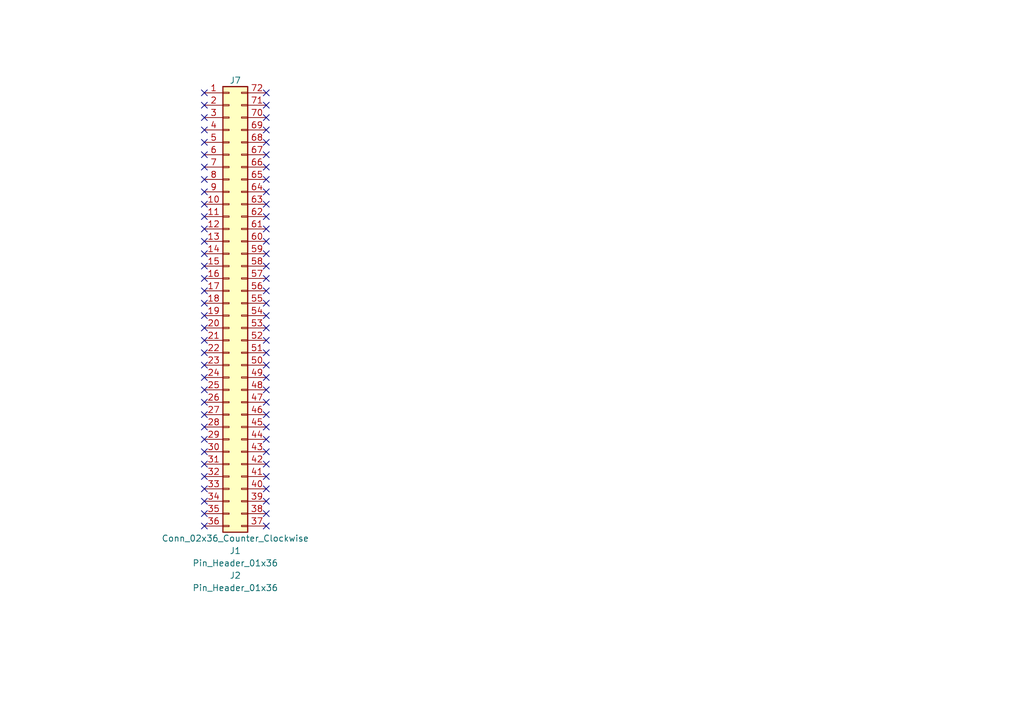
<source format=kicad_sch>
(kicad_sch (version 20250114) (generator "eeschema") (generator_version "9.0")
  (paper "A5")
  (title_block (title "Board 2x36 W22.86") (date "2025-09-29") (rev "V0"))
  (lib_symbols
    (symbol "Connector_Generic:Conn_02x36_Counter_Clockwise" (pin_names (offset 1.016) (hide yes))
      (property "Reference" "J" (at 1.27 45.72 0))
      (property "Value" "Conn_02x36_Counter_Clockwise" (at 1.27 -48.26 0))
      (symbol "Conn_02x36_Counter_Clockwise_1_1"
        (rectangle (start -1.27 44.45) (end 3.81 -46.99) (stroke (width 0.254)) (fill (type background)))
        (rectangle (start -1.27 43.307) (end 0 43.053) (stroke (width 0.1524)))
        (rectangle (start -1.27 40.767) (end 0 40.513) (stroke (width 0.1524)))
        (rectangle (start -1.27 38.227) (end 0 37.973) (stroke (width 0.1524)))
        (rectangle (start -1.27 35.687) (end 0 35.433) (stroke (width 0.1524)))
        (rectangle (start -1.27 33.147) (end 0 32.893) (stroke (width 0.1524)))
        (rectangle (start -1.27 30.607) (end 0 30.353) (stroke (width 0.1524)))
        (rectangle (start -1.27 28.067) (end 0 27.813) (stroke (width 0.1524)))
        (rectangle (start -1.27 25.527) (end 0 25.273) (stroke (width 0.1524)))
        (rectangle (start -1.27 22.987) (end 0 22.733) (stroke (width 0.1524)))
        (rectangle (start -1.27 20.447) (end 0 20.193) (stroke (width 0.1524)))
        (rectangle (start -1.27 17.907) (end 0 17.653) (stroke (width 0.1524)))
        (rectangle (start -1.27 15.367) (end 0 15.113) (stroke (width 0.1524)))
        (rectangle (start -1.27 12.827) (end 0 12.573) (stroke (width 0.1524)))
        (rectangle (start -1.27 10.287) (end 0 10.033) (stroke (width 0.1524)))
        (rectangle (start -1.27 7.747) (end 0 7.493) (stroke (width 0.1524)))
        (rectangle (start -1.27 5.207) (end 0 4.953) (stroke (width 0.1524)))
        (rectangle (start -1.27 2.667) (end 0 2.413) (stroke (width 0.1524)))
        (rectangle (start -1.27 0.127) (end 0 -0.127) (stroke (width 0.1524)))
        (rectangle (start -1.27 -2.413) (end 0 -2.667) (stroke (width 0.1524)))
        (rectangle (start -1.27 -4.953) (end 0 -5.207) (stroke (width 0.1524)))
        (rectangle (start -1.27 -7.493) (end 0 -7.747) (stroke (width 0.1524)))
        (rectangle (start -1.27 -10.033) (end 0 -10.287) (stroke (width 0.1524)))
        (rectangle (start -1.27 -12.573) (end 0 -12.827) (stroke (width 0.1524)))
        (rectangle (start -1.27 -15.113) (end 0 -15.367) (stroke (width 0.1524)))
        (rectangle (start -1.27 -17.653) (end 0 -17.907) (stroke (width 0.1524)))
        (rectangle (start -1.27 -20.193) (end 0 -20.447) (stroke (width 0.1524)))
        (rectangle (start -1.27 -22.733) (end 0 -22.987) (stroke (width 0.1524)))
        (rectangle (start -1.27 -25.273) (end 0 -25.527) (stroke (width 0.1524)))
        (rectangle (start -1.27 -27.813) (end 0 -28.067) (stroke (width 0.1524)))
        (rectangle (start -1.27 -30.353) (end 0 -30.607) (stroke (width 0.1524)))
        (rectangle (start -1.27 -32.893) (end 0 -33.147) (stroke (width 0.1524)))
        (rectangle (start -1.27 -35.433) (end 0 -35.687) (stroke (width 0.1524)))
        (rectangle (start -1.27 -37.973) (end 0 -38.227) (stroke (width 0.1524)))
        (rectangle (start -1.27 -40.513) (end 0 -40.767) (stroke (width 0.1524)))
        (rectangle (start -1.27 -43.053) (end 0 -43.307) (stroke (width 0.1524)))
        (rectangle (start -1.27 -45.593) (end 0 -45.847) (stroke (width 0.1524)))
        (rectangle (start 3.81 43.307) (end 2.54 43.053) (stroke (width 0.1524)))
        (rectangle (start 3.81 40.767) (end 2.54 40.513) (stroke (width 0.1524)))
        (rectangle (start 3.81 38.227) (end 2.54 37.973) (stroke (width 0.1524)))
        (rectangle (start 3.81 35.687) (end 2.54 35.433) (stroke (width 0.1524)))
        (rectangle (start 3.81 33.147) (end 2.54 32.893) (stroke (width 0.1524)))
        (rectangle (start 3.81 30.607) (end 2.54 30.353) (stroke (width 0.1524)))
        (rectangle (start 3.81 28.067) (end 2.54 27.813) (stroke (width 0.1524)))
        (rectangle (start 3.81 25.527) (end 2.54 25.273) (stroke (width 0.1524)))
        (rectangle (start 3.81 22.987) (end 2.54 22.733) (stroke (width 0.1524)))
        (rectangle (start 3.81 20.447) (end 2.54 20.193) (stroke (width 0.1524)))
        (rectangle (start 3.81 17.907) (end 2.54 17.653) (stroke (width 0.1524)))
        (rectangle (start 3.81 15.367) (end 2.54 15.113) (stroke (width 0.1524)))
        (rectangle (start 3.81 12.827) (end 2.54 12.573) (stroke (width 0.1524)))
        (rectangle (start 3.81 10.287) (end 2.54 10.033) (stroke (width 0.1524)))
        (rectangle (start 3.81 7.747) (end 2.54 7.493) (stroke (width 0.1524)))
        (rectangle (start 3.81 5.207) (end 2.54 4.953) (stroke (width 0.1524)))
        (rectangle (start 3.81 2.667) (end 2.54 2.413) (stroke (width 0.1524)))
        (rectangle (start 3.81 0.127) (end 2.54 -0.127) (stroke (width 0.1524)))
        (rectangle (start 3.81 -2.413) (end 2.54 -2.667) (stroke (width 0.1524)))
        (rectangle (start 3.81 -4.953) (end 2.54 -5.207) (stroke (width 0.1524)))
        (rectangle (start 3.81 -7.493) (end 2.54 -7.747) (stroke (width 0.1524)))
        (rectangle (start 3.81 -10.033) (end 2.54 -10.287) (stroke (width 0.1524)))
        (rectangle (start 3.81 -12.573) (end 2.54 -12.827) (stroke (width 0.1524)))
        (rectangle (start 3.81 -15.113) (end 2.54 -15.367) (stroke (width 0.1524)))
        (rectangle (start 3.81 -17.653) (end 2.54 -17.907) (stroke (width 0.1524)))
        (rectangle (start 3.81 -20.193) (end 2.54 -20.447) (stroke (width 0.1524)))
        (rectangle (start 3.81 -22.733) (end 2.54 -22.987) (stroke (width 0.1524)))
        (rectangle (start 3.81 -25.273) (end 2.54 -25.527) (stroke (width 0.1524)))
        (rectangle (start 3.81 -27.813) (end 2.54 -28.067) (stroke (width 0.1524)))
        (rectangle (start 3.81 -30.353) (end 2.54 -30.607) (stroke (width 0.1524)))
        (rectangle (start 3.81 -32.893) (end 2.54 -33.147) (stroke (width 0.1524)))
        (rectangle (start 3.81 -35.433) (end 2.54 -35.687) (stroke (width 0.1524)))
        (rectangle (start 3.81 -37.973) (end 2.54 -38.227) (stroke (width 0.1524)))
        (rectangle (start 3.81 -40.513) (end 2.54 -40.767) (stroke (width 0.1524)))
        (rectangle (start 3.81 -43.053) (end 2.54 -43.307) (stroke (width 0.1524)))
        (rectangle (start 3.81 -45.593) (end 2.54 -45.847) (stroke (width 0.1524)))
        (pin passive line (at -5.08 43.18 0) (length 3.81) (name "Pin_1") (number "1"))
        (pin passive line (at -5.08 40.64 0) (length 3.81) (name "Pin_2") (number "2"))
        (pin passive line (at -5.08 38.1 0) (length 3.81) (name "Pin_3") (number "3"))
        (pin passive line (at -5.08 35.56 0) (length 3.81) (name "Pin_4") (number "4"))
        (pin passive line (at -5.08 33.02 0) (length 3.81) (name "Pin_5") (number "5"))
        (pin passive line (at -5.08 30.48 0) (length 3.81) (name "Pin_6") (number "6"))
        (pin passive line (at -5.08 27.94 0) (length 3.81) (name "Pin_7") (number "7"))
        (pin passive line (at -5.08 25.4 0) (length 3.81) (name "Pin_8") (number "8"))
        (pin passive line (at -5.08 22.86 0) (length 3.81) (name "Pin_9") (number "9"))
        (pin passive line (at -5.08 20.32 0) (length 3.81) (name "Pin_10") (number "10"))
        (pin passive line (at -5.08 17.78 0) (length 3.81) (name "Pin_11") (number "11"))
        (pin passive line (at -5.08 15.24 0) (length 3.81) (name "Pin_12") (number "12"))
        (pin passive line (at -5.08 12.7 0) (length 3.81) (name "Pin_13") (number "13"))
        (pin passive line (at -5.08 10.16 0) (length 3.81) (name "Pin_14") (number "14"))
        (pin passive line (at -5.08 7.62 0) (length 3.81) (name "Pin_15") (number "15"))
        (pin passive line (at -5.08 5.08 0) (length 3.81) (name "Pin_16") (number "16"))
        (pin passive line (at -5.08 2.54 0) (length 3.81) (name "Pin_17") (number "17"))
        (pin passive line (at -5.08 0 0) (length 3.81) (name "Pin_18") (number "18"))
        (pin passive line (at -5.08 -2.54 0) (length 3.81) (name "Pin_19") (number "19"))
        (pin passive line (at -5.08 -5.08 0) (length 3.81) (name "Pin_20") (number "20"))
        (pin passive line (at -5.08 -7.62 0) (length 3.81) (name "Pin_21") (number "21"))
        (pin passive line (at -5.08 -10.16 0) (length 3.81) (name "Pin_22") (number "22"))
        (pin passive line (at -5.08 -12.7 0) (length 3.81) (name "Pin_23") (number "23"))
        (pin passive line (at -5.08 -15.24 0) (length 3.81) (name "Pin_24") (number "24"))
        (pin passive line (at -5.08 -17.78 0) (length 3.81) (name "Pin_25") (number "25"))
        (pin passive line (at -5.08 -20.32 0) (length 3.81) (name "Pin_26") (number "26"))
        (pin passive line (at -5.08 -22.86 0) (length 3.81) (name "Pin_27") (number "27"))
        (pin passive line (at -5.08 -25.4 0) (length 3.81) (name "Pin_28") (number "28"))
        (pin passive line (at -5.08 -27.94 0) (length 3.81) (name "Pin_29") (number "29"))
        (pin passive line (at -5.08 -30.48 0) (length 3.81) (name "Pin_30") (number "30"))
        (pin passive line (at -5.08 -33.02 0) (length 3.81) (name "Pin_31") (number "31"))
        (pin passive line (at -5.08 -35.56 0) (length 3.81) (name "Pin_32") (number "32"))
        (pin passive line (at -5.08 -38.1 0) (length 3.81) (name "Pin_33") (number "33"))
        (pin passive line (at -5.08 -40.64 0) (length 3.81) (name "Pin_34") (number "34"))
        (pin passive line (at -5.08 -43.18 0) (length 3.81) (name "Pin_35") (number "35"))
        (pin passive line (at -5.08 -45.72 0) (length 3.81) (name "Pin_36") (number "36"))
        (pin passive line (at 7.62 43.18 180) (length 3.81) (name "Pin_72") (number "72"))
        (pin passive line (at 7.62 40.64 180) (length 3.81) (name "Pin_71") (number "71"))
        (pin passive line (at 7.62 38.1 180) (length 3.81) (name "Pin_70") (number "70"))
        (pin passive line (at 7.62 35.56 180) (length 3.81) (name "Pin_69") (number "69"))
        (pin passive line (at 7.62 33.02 180) (length 3.81) (name "Pin_68") (number "68"))
        (pin passive line (at 7.62 30.48 180) (length 3.81) (name "Pin_67") (number "67"))
        (pin passive line (at 7.62 27.94 180) (length 3.81) (name "Pin_66") (number "66"))
        (pin passive line (at 7.62 25.4 180) (length 3.81) (name "Pin_65") (number "65"))
        (pin passive line (at 7.62 22.86 180) (length 3.81) (name "Pin_64") (number "64"))
        (pin passive line (at 7.62 20.32 180) (length 3.81) (name "Pin_63") (number "63"))
        (pin passive line (at 7.62 17.78 180) (length 3.81) (name "Pin_62") (number "62"))
        (pin passive line (at 7.62 15.24 180) (length 3.81) (name "Pin_61") (number "61"))
        (pin passive line (at 7.62 12.7 180) (length 3.81) (name "Pin_60") (number "60"))
        (pin passive line (at 7.62 10.16 180) (length 3.81) (name "Pin_59") (number "59"))
        (pin passive line (at 7.62 7.62 180) (length 3.81) (name "Pin_58") (number "58"))
        (pin passive line (at 7.62 5.08 180) (length 3.81) (name "Pin_57") (number "57"))
        (pin passive line (at 7.62 2.54 180) (length 3.81) (name "Pin_56") (number "56"))
        (pin passive line (at 7.62 0 180) (length 3.81) (name "Pin_55") (number "55"))
        (pin passive line (at 7.62 -2.54 180) (length 3.81) (name "Pin_54") (number "54"))
        (pin passive line (at 7.62 -5.08 180) (length 3.81) (name "Pin_53") (number "53"))
        (pin passive line (at 7.62 -7.62 180) (length 3.81) (name "Pin_52") (number "52"))
        (pin passive line (at 7.62 -10.16 180) (length 3.81) (name "Pin_51") (number "51"))
        (pin passive line (at 7.62 -12.7 180) (length 3.81) (name "Pin_50") (number "50"))
        (pin passive line (at 7.62 -15.24 180) (length 3.81) (name "Pin_49") (number "49"))
        (pin passive line (at 7.62 -17.78 180) (length 3.81) (name "Pin_48") (number "48"))
        (pin passive line (at 7.62 -20.32 180) (length 3.81) (name "Pin_47") (number "47"))
        (pin passive line (at 7.62 -22.86 180) (length 3.81) (name "Pin_46") (number "46"))
        (pin passive line (at 7.62 -25.4 180) (length 3.81) (name "Pin_45") (number "45"))
        (pin passive line (at 7.62 -27.94 180) (length 3.81) (name "Pin_44") (number "44"))
        (pin passive line (at 7.62 -30.48 180) (length 3.81) (name "Pin_43") (number "43"))
        (pin passive line (at 7.62 -33.02 180) (length 3.81) (name "Pin_42") (number "42"))
        (pin passive line (at 7.62 -35.56 180) (length 3.81) (name "Pin_41") (number "41"))
        (pin passive line (at 7.62 -38.1 180) (length 3.81) (name "Pin_40") (number "40"))
        (pin passive line (at 7.62 -40.64 180) (length 3.81) (name "Pin_39") (number "39"))
        (pin passive line (at 7.62 -43.18 180) (length 3.81) (name "Pin_38") (number "38"))
        (pin passive line (at 7.62 -45.72 180) (length 3.81) (name "Pin_37") (number "37"))
      )
    )
    (symbol "HCP65:Pin_Header_01x32" (pin_names (offset 1.016) (hide yes))
      (property "Reference" "J" (at 0 1.27 0))
      (property "Value" "Pin_Header_01x32" (at 0 -1.27 0))
    )
  )
  (no_connect (at 41.91 39.37))
  (no_connect (at 41.91 44.45))
  (no_connect (at 41.91 87.63))
  (no_connect (at 41.91 64.77))
  (no_connect (at 54.61 21.59))
  (no_connect (at 54.61 82.55))
  (no_connect (at 54.61 74.93))
  (no_connect (at 54.61 77.47))
  (no_connect (at 41.91 67.31))
  (no_connect (at 54.61 54.61))
  (no_connect (at 41.91 105.41))
  (no_connect (at 41.91 36.83))
  (no_connect (at 54.61 107.95))
  (no_connect (at 54.61 90.17))
  (no_connect (at 54.61 24.13))
  (no_connect (at 54.61 49.53))
  (no_connect (at 41.91 46.99))
  (no_connect (at 54.61 97.79))
  (no_connect (at 41.91 31.75))
  (no_connect (at 54.61 95.25))
  (no_connect (at 41.91 19.05))
  (no_connect (at 41.91 92.71))
  (no_connect (at 54.61 44.45))
  (no_connect (at 54.61 52.07))
  (no_connect (at 54.61 105.41))
  (no_connect (at 54.61 59.69))
  (no_connect (at 54.61 36.83))
  (no_connect (at 41.91 90.17))
  (no_connect (at 41.91 54.61))
  (no_connect (at 41.91 72.39))
  (no_connect (at 41.91 34.29))
  (no_connect (at 54.61 102.87))
  (no_connect (at 41.91 26.67))
  (no_connect (at 54.61 87.63))
  (no_connect (at 41.91 82.55))
  (no_connect (at 54.61 92.71))
  (no_connect (at 41.91 24.13))
  (no_connect (at 41.91 100.33))
  (no_connect (at 54.61 31.75))
  (no_connect (at 41.91 52.07))
  (no_connect (at 54.61 57.15))
  (no_connect (at 41.91 80.01))
  (no_connect (at 41.91 97.79))
  (no_connect (at 54.61 46.99))
  (no_connect (at 41.91 95.25))
  (no_connect (at 54.61 69.85))
  (no_connect (at 41.91 69.85))
  (no_connect (at 41.91 29.21))
  (no_connect (at 54.61 26.67))
  (no_connect (at 54.61 34.29))
  (no_connect (at 41.91 74.93))
  (no_connect (at 54.61 39.37))
  (no_connect (at 41.91 102.87))
  (no_connect (at 54.61 100.33))
  (no_connect (at 41.91 57.15))
  (no_connect (at 54.61 64.77))
  (no_connect (at 54.61 67.31))
  (no_connect (at 54.61 85.09))
  (no_connect (at 41.91 85.09))
  (no_connect (at 54.61 29.21))
  (no_connect (at 41.91 59.69))
  (no_connect (at 54.61 62.23))
  (no_connect (at 41.91 77.47))
  (no_connect (at 54.61 19.05))
  (no_connect (at 41.91 62.23))
  (no_connect (at 54.61 41.91))
  (no_connect (at 41.91 49.53))
  (no_connect (at 41.91 107.95))
  (no_connect (at 54.61 72.39))
  (no_connect (at 41.91 41.91))
  (no_connect (at 41.91 21.59))
  (no_connect (at 54.61 80.01))
  (symbol (lib_id "Connector_Generic:Conn_02x36_Counter_Clockwise") (at 46.99 62.23 0) (unit 1)
    (property "Reference" "J7" (at 48.26 16.51 0))
    (property "Value" "Conn_02x36_Counter_Clockwise" (at 48.26 110.49 0))
    (property "Description" "Generic connector, double row, 02x36, counter clockwise pin numbering scheme (similar to DIP package numbering), script generated (kicad-library-utils/schlib/autogen/connector/)" (effects (hide yes)))
  )
  (symbol (lib_id "HCP65:Pin_Header_01x32") (at 48.26 114.3 0) (mirror y) (unit 1)
    (property "Reference" "J1" (at 48.26 113.03 0))
    (property "Value" "Pin_Header_01x36" (at 48.26 115.57 0))
    (property "Footprint" "SamacSys_Parts:PinHeader_1x36_P2.54mm_Vertical" (effects (hide yes)))
  )
  (symbol (lib_id "HCP65:Pin_Header_01x32") (at 48.26 119.38 0) (unit 1)
    (property "Reference" "J2" (at 48.26 118.11 0))
    (property "Value" "Pin_Header_01x36" (at 48.26 120.65 0))
    (property "Footprint" "SamacSys_Parts:PinHeader_1x36_P2.54mm_Vertical" (effects (hide yes)))
  )
)
</source>
